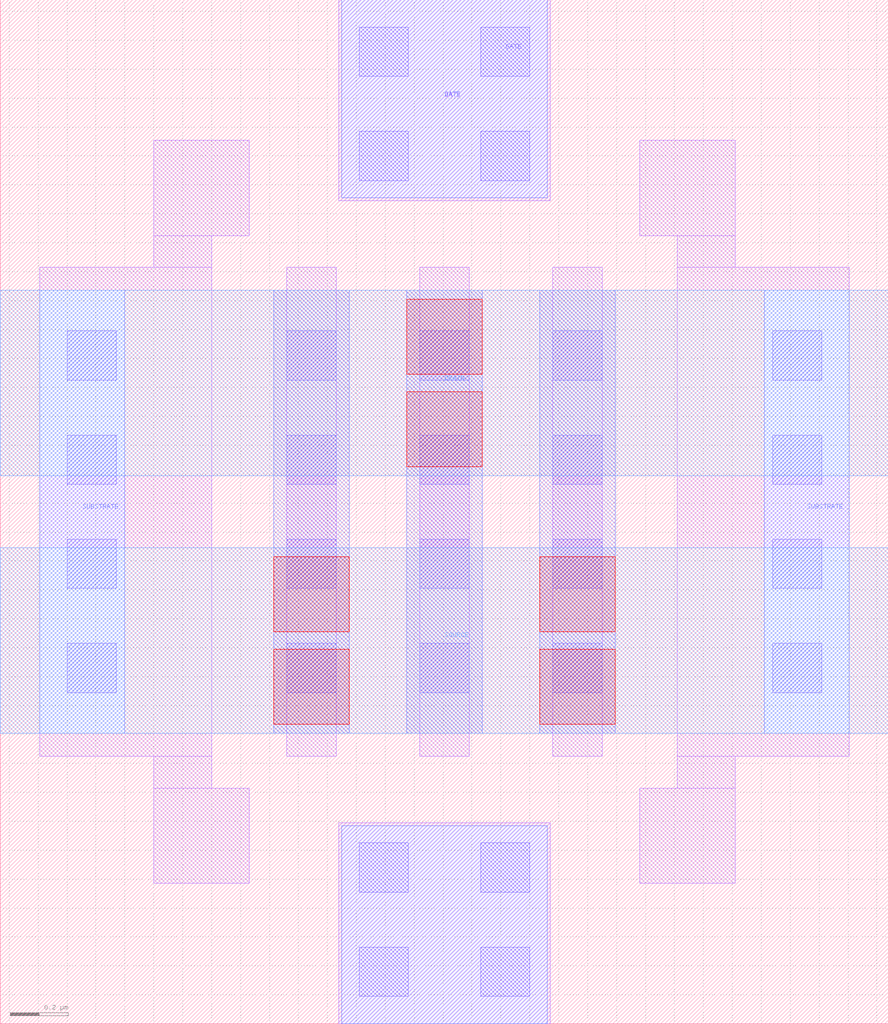
<source format=lef>
# Copyright 2020 The SkyWater PDK Authors
#
# Licensed under the Apache License, Version 2.0 (the "License");
# you may not use this file except in compliance with the License.
# You may obtain a copy of the License at
#
#     https://www.apache.org/licenses/LICENSE-2.0
#
# Unless required by applicable law or agreed to in writing, software
# distributed under the License is distributed on an "AS IS" BASIS,
# WITHOUT WARRANTIES OR CONDITIONS OF ANY KIND, either express or implied.
# See the License for the specific language governing permissions and
# limitations under the License.
#
# SPDX-License-Identifier: Apache-2.0

VERSION 5.7 ;
  NOWIREEXTENSIONATPIN ON ;
  DIVIDERCHAR "/" ;
  BUSBITCHARS "[]" ;
MACRO sky130_fd_pr__rf_nfet_01v8_lvt_cM02W1p65L0p18
  CLASS BLOCK ;
  FOREIGN sky130_fd_pr__rf_nfet_01v8_lvt_cM02W1p65L0p18 ;
  ORIGIN -0.070000  0.000000 ;
  SIZE  3.070000 BY  3.540000 ;
  PIN DRAIN
    ANTENNADIFFAREA  0.462000 ;
    PORT
      LAYER met2 ;
        RECT 0.070000 1.895000 3.140000 2.535000 ;
    END
  END DRAIN
  PIN GATE
    ANTENNAGATEAREA  0.594000 ;
    PORT
      LAYER li1 ;
        RECT 1.240000 0.000000 1.970000 0.695000 ;
        RECT 1.240000 2.845000 1.970000 3.540000 ;
      LAYER mcon ;
        RECT 1.310000 0.095000 1.480000 0.265000 ;
        RECT 1.310000 0.455000 1.480000 0.625000 ;
        RECT 1.310000 2.915000 1.480000 3.085000 ;
        RECT 1.310000 3.275000 1.480000 3.445000 ;
        RECT 1.730000 0.095000 1.900000 0.265000 ;
        RECT 1.730000 0.455000 1.900000 0.625000 ;
        RECT 1.730000 2.915000 1.900000 3.085000 ;
        RECT 1.730000 3.275000 1.900000 3.445000 ;
    END
    PORT
      LAYER met1 ;
        RECT 1.250000 0.000000 1.960000 0.685000 ;
        RECT 1.250000 2.855000 1.960000 3.540000 ;
    END
  END GATE
  PIN SOURCE
    ANTENNADIFFAREA  0.924000 ;
    PORT
      LAYER met2 ;
        RECT 0.070000 1.005000 3.140000 1.645000 ;
    END
  END SOURCE
  PIN SUBSTRATE
    ANTENNADIFFAREA  1.072500 ;
    ANTENNAGATEAREA  0.247500 ;
    PORT
      LAYER met1 ;
        RECT 0.205000 1.005000 0.500000 2.535000 ;
    END
    PORT
      LAYER met1 ;
        RECT 2.710000 1.005000 3.005000 2.535000 ;
    END
  END SUBSTRATE
  OBS
    LAYER li1 ;
      RECT 0.205000 0.925000 0.800000 2.615000 ;
      RECT 0.600000 0.485000 0.930000 0.815000 ;
      RECT 0.600000 0.815000 0.800000 0.925000 ;
      RECT 0.600000 2.615000 0.800000 2.725000 ;
      RECT 0.600000 2.725000 0.930000 3.055000 ;
      RECT 1.060000 0.925000 1.230000 2.615000 ;
      RECT 1.520000 0.925000 1.690000 2.615000 ;
      RECT 1.980000 0.925000 2.150000 2.615000 ;
      RECT 2.280000 0.485000 2.610000 0.815000 ;
      RECT 2.280000 2.725000 2.610000 3.055000 ;
      RECT 2.410000 0.815000 2.610000 0.925000 ;
      RECT 2.410000 0.925000 3.005000 2.615000 ;
      RECT 2.410000 2.615000 2.610000 2.725000 ;
    LAYER mcon ;
      RECT 0.300000 1.145000 0.470000 1.315000 ;
      RECT 0.300000 1.505000 0.470000 1.675000 ;
      RECT 0.300000 1.865000 0.470000 2.035000 ;
      RECT 0.300000 2.225000 0.470000 2.395000 ;
      RECT 1.060000 1.145000 1.230000 1.315000 ;
      RECT 1.060000 1.505000 1.230000 1.675000 ;
      RECT 1.060000 1.865000 1.230000 2.035000 ;
      RECT 1.060000 2.225000 1.230000 2.395000 ;
      RECT 1.520000 1.145000 1.690000 1.315000 ;
      RECT 1.520000 1.505000 1.690000 1.675000 ;
      RECT 1.520000 1.865000 1.690000 2.035000 ;
      RECT 1.520000 2.225000 1.690000 2.395000 ;
      RECT 1.980000 1.145000 2.150000 1.315000 ;
      RECT 1.980000 1.505000 2.150000 1.675000 ;
      RECT 1.980000 1.865000 2.150000 2.035000 ;
      RECT 1.980000 2.225000 2.150000 2.395000 ;
      RECT 2.740000 1.145000 2.910000 1.315000 ;
      RECT 2.740000 1.505000 2.910000 1.675000 ;
      RECT 2.740000 1.865000 2.910000 2.035000 ;
      RECT 2.740000 2.225000 2.910000 2.395000 ;
    LAYER met1 ;
      RECT 1.015000 1.005000 1.275000 2.535000 ;
      RECT 1.475000 1.005000 1.735000 2.535000 ;
      RECT 1.935000 1.005000 2.195000 2.535000 ;
    LAYER via ;
      RECT 1.015000 1.035000 1.275000 1.295000 ;
      RECT 1.015000 1.355000 1.275000 1.615000 ;
      RECT 1.475000 1.925000 1.735000 2.185000 ;
      RECT 1.475000 2.245000 1.735000 2.505000 ;
      RECT 1.935000 1.035000 2.195000 1.295000 ;
      RECT 1.935000 1.355000 2.195000 1.615000 ;
  END
END sky130_fd_pr__rf_nfet_01v8_lvt_cM02W1p65L0p18
END LIBRARY

</source>
